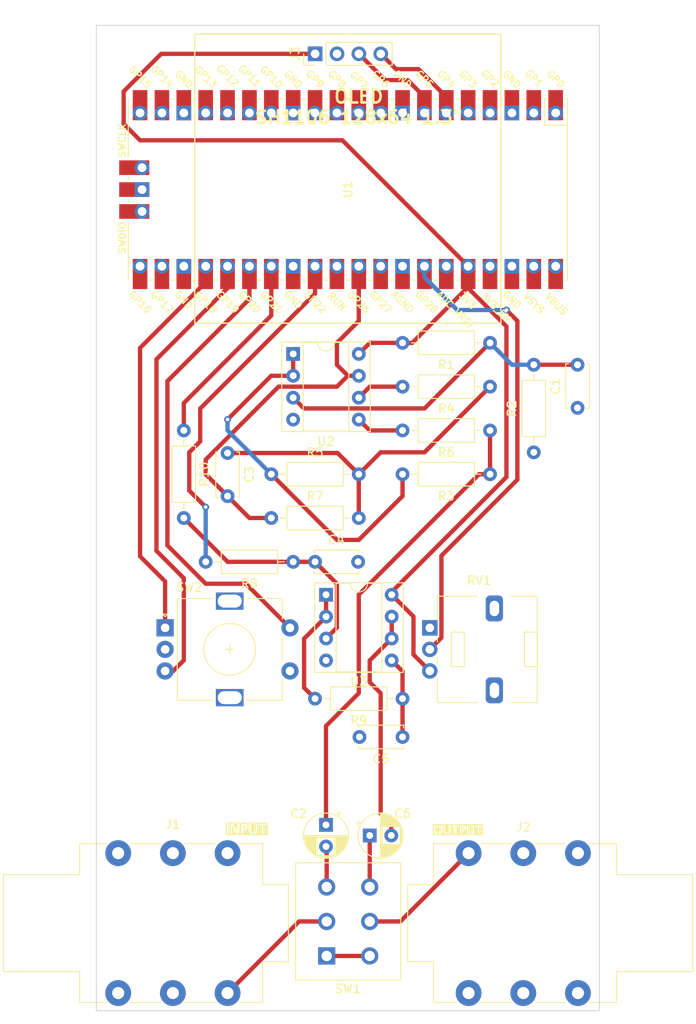
<source format=kicad_pcb>
(kicad_pcb (version 20221018) (generator pcbnew)
  (title_block (title "Pi Pico Pedal"))
  (layers (0 "F.Cu" signal) (31 "B.Cu" power) (34 "B.Paste" user) (35 "F.Paste" user) (36 "B.SilkS" user "B.Silkscreen") (37 "F.SilkS" user "F.Silkscreen") (38 "B.Mask" user) (39 "F.Mask" user) (44 "Edge.Cuts" user))
  (net 0 "")
  (net 1 "GND")
  (net 2 "/Pedal In")
  (net 3 "+3V3")
  (net 9 "Net-(U2A-+)")
  (net 18 "Net-(U3B--)")
  (net 20 "/POT")
  (net 21 "/Encoder_A")
  (net 22 "/Encoder_B")
  (net 23 "/Pico Out B")
  (net 35 "Net-(C3-Pad1)")
  (net 36 "Net-(U3A-+)")
  (net 37 "Net-(U3B-+)")
  (net 38 "/Jack In")
  (net 39 "Net-(U2A--)")
  (net 40 "Net-(U2B--)")
  (net 41 "Net-(U2B-+)")
  (net 42 "Net-(U3A--)")
  (net 43 "/Jack Out")
  (net 44 "/Bypass")
  (net 45 "/Pedal Out")
  (net 46 "/Pico Out")
  (net 47 "/SCL")
  (net 48 "/SDA")
  (net 49 "/Pico In")
  (net 52 "Net-(C2-Pad1)")
  (net 53 "/Encoder_SW")
  (footprint "Resistor_THT:R_Axial_DIN0207_L6.3mm_D2.5mm_P10.16mm_Horizontal" (layer "F.Cu") (at 149.86 93.98 180)
    (fp_text reference "R7" (at 5.08 2.54) (layer "F.SilkS"))
    (fp_text value "22k")
    (pad "1" thru_hole circle (at 0 0 180) (size 1.6 1.6) (drill 0.8) (layers "*.Cu" "*.Mask") (net 35 "Net-(C3-Pad1)"))
    (pad "2" thru_hole oval (at 10.16 0 180) (size 1.6 1.6) (drill 0.8) (layers "*.Cu" "*.Mask") (net 49 "/Pico In"))
  )
  (footprint "Package_DIP:DIP-8_W7.62mm_Socket" (layer "F.Cu") (at 146.06 102.88)
    (fp_text reference "U3" (at 3.8 10.05) (layer "F.SilkS"))
    (fp_text value "MCP6002-xMC")
    (pad "1" thru_hole rect (at 0 0) (size 1.6 1.6) (drill 0.8) (layers "*.Cu" "*.Mask") (net 42 "Net-(U3A--)"))
    (pad "2" thru_hole oval (at 0 2.54) (size 1.6 1.6) (drill 0.8) (layers "*.Cu" "*.Mask") (net 42 "Net-(U3A--)"))
    (pad "3" thru_hole oval (at 0 5.08) (size 1.6 1.6) (drill 0.8) (layers "*.Cu" "*.Mask") (net 36 "Net-(U3A-+)"))
    (pad "4" thru_hole oval (at 0 7.62) (size 1.6 1.6) (drill 0.8) (layers "*.Cu" "*.Mask") (net 1 "GND"))
    (pad "5" thru_hole oval (at 7.62 7.62) (size 1.6 1.6) (drill 0.8) (layers "*.Cu" "*.Mask") (net 37 "Net-(U3B-+)"))
    (pad "6" thru_hole oval (at 7.62 5.08) (size 1.6 1.6) (drill 0.8) (layers "*.Cu" "*.Mask") (net 18 "Net-(U3B--)"))
    (pad "7" thru_hole oval (at 7.62 2.54) (size 1.6 1.6) (drill 0.8) (layers "*.Cu" "*.Mask") (net 18 "Net-(U3B--)"))
    (pad "8" thru_hole oval (at 7.62 0) (size 1.6 1.6) (drill 0.8) (layers "*.Cu" "*.Mask") (net 3 "+3V3"))
  )
  (footprint "Resistor_THT:R_Axial_DIN0207_L6.3mm_D2.5mm_P10.16mm_Horizontal" (layer "F.Cu") (at 165.1 78.74 180)
    (fp_text reference "R4" (at 5.07 -2.54) (layer "F.SilkS"))
    (fp_text value "10k")
    (pad "1" thru_hole circle (at 0 0 180) (size 1.6 1.6) (drill 0.8) (layers "*.Cu" "*.Mask") (net 35 "Net-(C3-Pad1)"))
    (pad "2" thru_hole oval (at 10.16 0 180) (size 1.6 1.6) (drill 0.8) (layers "*.Cu" "*.Mask") (net 40 "Net-(U2B--)"))
  )
  (footprint "Rotary_Encoder:RotaryEncoder_Alps_EC11E-Switch_Vertical_H20mm" (layer "F.Cu") (at 127.37 106.72)
    (fp_text reference "SW2" (at 2.8 -4.7) (layer "F.SilkS"))
    (fp_text value "RotaryEncoder_Switch")
    (pad "A" thru_hole rect (at 0 0) (size 2 2) (drill 1) (layers "*.Cu" "*.Mask") (net 21 "/Encoder_A"))
    (pad "B" thru_hole circle (at 0 5) (size 2 2) (drill 1) (layers "*.Cu" "*.Mask") (net 22 "/Encoder_B"))
    (pad "C" thru_hole circle (at 0 2.5) (size 2 2) (drill 1) (layers "*.Cu" "*.Mask") (net 1 "GND"))
    (pad "MP" thru_hole rect (at 7.5 -3.1) (size 3.2 2) (drill oval 2.8 1.5) (layers "*.Cu" "*.Mask"))
    (pad "MP" thru_hole rect (at 7.5 8.1) (size 3.2 2) (drill oval 2.8 1.5) (layers "*.Cu" "*.Mask"))
    (pad "S1" thru_hole circle (at 14.5 5) (size 2 2) (drill 1) (layers "*.Cu" "*.Mask") (net 1 "GND"))
    (pad "S2" thru_hole circle (at 14.5 0) (size 2 2) (drill 1) (layers "*.Cu" "*.Mask") (net 53 "/Encoder_SW"))
  )
  (footprint "Capacitor_THT:C_Disc_D5.0mm_W2.5mm_P5.00mm" (layer "F.Cu") (at 149.94 119.38)
    (fp_text reference "C5" (at 2.5 2.54) (layer "F.SilkS"))
    (fp_text value "1nF")
    (pad "1" thru_hole circle (at 0 0) (size 1.6 1.6) (drill 0.8) (layers "*.Cu" "*.Mask") (net 1 "GND"))
    (pad "2" thru_hole circle (at 5 0) (size 1.6 1.6) (drill 0.8) (layers "*.Cu" "*.Mask") (net 37 "Net-(U3B-+)"))
  )
  (footprint "Capacitor_THT:C_Disc_D5.0mm_W2.5mm_P5.00mm" (layer "F.Cu") (at 134.62 86.44 -90)
    (fp_text reference "C3" (at 2.5 -2.54 90) (layer "F.SilkS"))
    (fp_text value "1nF")
    (pad "1" thru_hole circle (at 0 0 270) (size 1.6 1.6) (drill 0.8) (layers "*.Cu" "*.Mask") (net 35 "Net-(C3-Pad1)"))
    (pad "2" thru_hole circle (at 5 0 270) (size 1.6 1.6) (drill 0.8) (layers "*.Cu" "*.Mask") (net 49 "/Pico In"))
  )
  (footprint "Resistor_THT:R_Axial_DIN0207_L6.3mm_D2.5mm_P10.16mm_Horizontal" (layer "F.Cu") (at 170.18 76.2 -90)
    (fp_text reference "R2" (at 5.08 2.54 90) (layer "F.SilkS"))
    (fp_text value "10k")
    (pad "1" thru_hole circle (at 0 0 270) (size 1.6 1.6) (drill 0.8) (layers "*.Cu" "*.Mask") (net 9 "Net-(U2A-+)"))
    (pad "2" thru_hole oval (at 10.16 0 270) (size 1.6 1.6) (drill 0.8) (layers "*.Cu" "*.Mask") (net 1 "GND"))
  )
  (footprint "Capacitor_THT:CP_Radial_D5.0mm_P2.50mm" (layer "F.Cu") (at 146.05 129.58 -90)
    (fp_text reference "C2" (at -1.31 3.175) (layer "F.SilkS"))
    (fp_text value "10uF")
    (pad "1" thru_hole rect (at 0 0 270) (size 1.6 1.6) (drill 0.8) (layers "*.Cu" "*.Mask") (net 52 "Net-(C2-Pad1)"))
    (pad "2" thru_hole circle (at 2.5 0 270) (size 1.6 1.6) (drill 0.8) (layers "*.Cu" "*.Mask") (net 2 "/Pedal In"))
  )
  (footprint "Connector_Audio:Jack_6.35mm_Neutrik_NMJ6HFD2_Horizontal" (layer "F.Cu") (at 134.62 149.085 180)
    (fp_text reference "J1" (at 6.35 19.545) (layer "F.SilkS"))
    (fp_text value "AudioPlug2")
    (pad "R" thru_hole circle (at 6.35 0 180) (size 3 3) (drill 1.4) (layers "*.Cu" "*.Mask"))
    (pad "RN" thru_hole circle (at 6.35 16.23 180) (size 3 3) (drill 1.4) (layers "*.Cu" "*.Mask"))
    (pad "S" thru_hole circle (at 12.7 0 180) (size 3 3) (drill 1.4) (layers "*.Cu" "*.Mask") (net 1 "GND"))
    (pad "SN" thru_hole circle (at 12.7 16.23 180) (size 3 3) (drill 1.4) (layers "*.Cu" "*.Mask"))
    (pad "T" thru_hole circle (at 0 0 180) (size 3 3) (drill 1.4) (layers "*.Cu" "*.Mask") (net 38 "/Jack In"))
    (pad "TN" thru_hole circle (at 0 16.23 180) (size 3 3) (drill 1.4) (layers "*.Cu" "*.Mask"))
  )
  (footprint "Button_Switch_THT:SW_PUSH_E-Switch_FS5700DP_DPDT" (layer "F.Cu") (at 146.13 144.78 90)
    (fp_text reference "SW1" (at -3.81 2.46) (layer "F.SilkS"))
    (fp_text value "SW_DPDT_x2")
    (pad "1" thru_hole rect (at 0 0 90) (size 2 2) (drill 1.2) (layers "*.Cu" "*.Mask") (net 44 "/Bypass"))
    (pad "2" thru_hole circle (at 4 0 90) (size 2 2) (drill 1.2) (layers "*.Cu" "*.Mask") (net 38 "/Jack In"))
    (pad "3" thru_hole circle (at 8 0 90) (size 2 2) (drill 1.2) (layers "*.Cu" "*.Mask") (net 2 "/Pedal In"))
    (pad "4" thru_hole circle (at 0 5 90) (size 2 2) (drill 1.2) (layers "*.Cu" "*.Mask") (net 44 "/Bypass"))
    (pad "5" thru_hole circle (at 4 5 90) (size 2 2) (drill 1.2) (layers "*.Cu" "*.Mask") (net 43 "/Jack Out"))
    (pad "6" thru_hole circle (at 8 5 90) (size 2 2) (drill 1.2) (layers "*.Cu" "*.Mask") (net 45 "/Pedal Out"))
  )
  (footprint "Capacitor_THT:C_Disc_D5.0mm_W2.5mm_P5.00mm" (layer "F.Cu") (at 175.26 76.2 -90)
    (fp_text reference "C1" (at 2.5 2.54 90) (layer "F.SilkS"))
    (fp_text value "10nF")
    (pad "1" thru_hole circle (at 0 0 270) (size 1.6 1.6) (drill 0.8) (layers "*.Cu" "*.Mask") (net 9 "Net-(U2A-+)"))
    (pad "2" thru_hole circle (at 5 0 270) (size 1.6 1.6) (drill 0.8) (layers "*.Cu" "*.Mask") (net 1 "GND"))
  )
  (footprint "Resistor_THT:R_Axial_DIN0207_L6.3mm_D2.5mm_P10.16mm_Horizontal" (layer "F.Cu") (at 165.1 88.9 180)
    (fp_text reference "R3" (at 5.08 -2.54) (layer "F.SilkS"))
    (fp_text value "1k")
    (pad "1" thru_hole circle (at 0 0 180) (size 1.6 1.6) (drill 0.8) (layers "*.Cu" "*.Mask") (net 52 "Net-(C2-Pad1)"))
    (pad "2" thru_hole oval (at 10.16 0 180) (size 1.6 1.6) (drill 0.8) (layers "*.Cu" "*.Mask") (net 39 "Net-(U2A--)"))
  )
  (footprint "Resistor_THT:R_Axial_DIN0207_L6.3mm_D2.5mm_P10.16mm_Horizontal" (layer "F.Cu") (at 132.08 99.06)
    (fp_text reference "R8" (at 5.08 2.54) (layer "F.SilkS"))
    (fp_text value "400")
    (pad "1" thru_hole circle (at 0 0) (size 1.6 1.6) (drill 0.8) (layers "*.Cu" "*.Mask") (net 46 "/Pico Out"))
    (pad "2" thru_hole oval (at 10.16 0) (size 1.6 1.6) (drill 0.8) (layers "*.Cu" "*.Mask") (net 36 "Net-(U3A-+)"))
  )
  (footprint "Resistor_THT:R_Axial_DIN0207_L6.3mm_D2.5mm_P10.16mm_Horizontal" (layer "F.Cu") (at 154.94 73.66)
    (fp_text reference "R1" (at 5.08 2.54) (layer "F.SilkS"))
    (fp_text value "10k")
    (pad "1" thru_hole circle (at 0 0) (size 1.6 1.6) (drill 0.8) (layers "*.Cu" "*.Mask") (net 3 "+3V3"))
    (pad "2" thru_hole oval (at 10.16 0) (size 1.6 1.6) (drill 0.8) (layers "*.Cu" "*.Mask") (net 9 "Net-(U2A-+)"))
  )
  (footprint "Potentiometer_THT:Potentiometer_Alps_RK09L_Single_Vertical" (layer "F.Cu") (at 158.105 106.72)
    (fp_text reference "RV1" (at 5.725 -5.5) (layer "F.SilkS"))
    (fp_text value "R_Potentiometer")
    (pad "1" thru_hole rect (at 0 0) (size 1.8 1.8) (drill 1) (layers "*.Cu" "*.Mask") (net 1 "GND"))
    (pad "2" thru_hole circle (at 0 2.5) (size 1.8 1.8) (drill 1) (layers "*.Cu" "*.Mask") (net 20 "/POT"))
    (pad "3" thru_hole circle (at 0 5) (size 1.8 1.8) (drill 1) (layers "*.Cu" "*.Mask") (net 3 "+3V3"))
    (pad "MP" thru_hole roundrect (at 7.5 -2.25) (size 2 3) (drill oval 1.1 1.8) (layers "*.Cu" "*.Mask"))
    (pad "MP" thru_hole roundrect (at 7.5 7.25) (size 2 3) (drill oval 1.1 1.8) (layers "*.Cu" "*.Mask"))
  )
  (footprint "Connector_Audio:Jack_6.35mm_Neutrik_NMJ6HFD2_Horizontal" (layer "F.Cu") (at 162.61 132.855)
    (fp_text reference "J2" (at 6.35 -3) (layer "F.SilkS"))
    (fp_text value "AudioPlug2")
    (pad "R" thru_hole circle (at 6.35 0) (size 3 3) (drill 1.4) (layers "*.Cu" "*.Mask"))
    (pad "RN" thru_hole circle (at 6.35 16.23) (size 3 3) (drill 1.4) (layers "*.Cu" "*.Mask"))
    (pad "S" thru_hole circle (at 12.7 0) (size 3 3) (drill 1.4) (layers "*.Cu" "*.Mask") (net 1 "GND"))
    (pad "SN" thru_hole circle (at 12.7 16.23) (size 3 3) (drill 1.4) (layers "*.Cu" "*.Mask"))
    (pad "T" thru_hole circle (at 0 0) (size 3 3) (drill 1.4) (layers "*.Cu" "*.Mask") (net 43 "/Jack Out"))
    (pad "TN" thru_hole circle (at 0 16.23) (size 3 3) (drill 1.4) (layers "*.Cu" "*.Mask"))
  )
  (footprint "Capacitor_THT:CP_Radial_D5.0mm_P2.50mm" (layer "F.Cu") (at 151.13 130.81)
    (fp_text reference "C6" (at 3.81 -2.54) (layer "F.SilkS"))
    (fp_text value "10uF")
    (pad "1" thru_hole rect (at 0 0) (size 1.6 1.6) (drill 0.8) (layers "*.Cu" "*.Mask") (net 45 "/Pedal Out"))
    (pad "2" thru_hole circle (at 2.5 0) (size 1.6 1.6) (drill 0.8) (layers "*.Cu" "*.Mask") (net 18 "Net-(U3B--)"))
  )
  (footprint "Capacitor_THT:C_Disc_D5.0mm_W2.5mm_P5.00mm" (layer "F.Cu") (at 149.78 99.06 180)
    (fp_text reference "C4" (at 2.54 2.54) (layer "F.SilkS"))
    (fp_text value "10nF")
    (pad "1" thru_hole circle (at 0 0 180) (size 1.6 1.6) (drill 0.8) (layers "*.Cu" "*.Mask") (net 1 "GND"))
    (pad "2" thru_hole circle (at 5 0 180) (size 1.6 1.6) (drill 0.8) (layers "*.Cu" "*.Mask") (net 36 "Net-(U3A-+)"))
  )
  (footprint "Resistor_THT:R_Axial_DIN0207_L6.3mm_D2.5mm_P10.16mm_Horizontal" (layer "F.Cu") (at 129.54 83.82 -90)
    (fp_text reference "R10" (at 5.08 -2.37 90) (layer "F.SilkS"))
    (fp_text value "100k")
    (pad "1" thru_hole circle (at 0 0 270) (size 1.6 1.6) (drill 0.8) (layers "*.Cu" "*.Mask") (net 23 "/Pico Out B"))
    (pad "2" thru_hole oval (at 10.16 0 270) (size 1.6 1.6) (drill 0.8) (layers "*.Cu" "*.Mask") (net 36 "Net-(U3A-+)"))
  )
  (footprint "Resistor_THT:R_Axial_DIN0207_L6.3mm_D2.5mm_P10.16mm_Horizontal" (layer "F.Cu") (at 165.1 83.82 180)
    (fp_text reference "R6" (at 5.08 -2.54) (layer "F.SilkS"))
    (fp_text value "10k")
    (pad "1" thru_hole circle (at 0 0 180) (size 1.6 1.6) (drill 0.8) (layers "*.Cu" "*.Mask") (net 52 "Net-(C2-Pad1)"))
    (pad "2" thru_hole oval (at 10.16 0 180) (size 1.6 1.6) (drill 0.8) (layers "*.Cu" "*.Mask") (net 41 "Net-(U2B-+)"))
  )
  (footprint "Connector_PinHeader_2.54mm:PinHeader_1x04_P2.54mm_Vertical" (layer "F.Cu") (at 144.79 40.132 90)
    (fp_text reference "J3" (at 0 -2.33 90) (layer "F.SilkS"))
    (fp_text value "Conn_01x04_Pin")
    (pad "1" thru_hole rect (at 0 0 90) (size 1.7 1.7) (drill 1) (layers "*.Cu" "*.Mask") (net 3 "+3V3"))
    (pad "2" thru_hole oval (at 0 2.54 90) (size 1.7 1.7) (drill 1) (layers "*.Cu" "*.Mask") (net 1 "GND"))
    (pad "3" thru_hole oval (at 0 5.08 90) (size 1.7 1.7) (drill 1) (layers "*.Cu" "*.Mask") (net 47 "/SCL"))
    (pad "4" thru_hole oval (at 0 7.62 90) (size 1.7 1.7) (drill 1) (layers "*.Cu" "*.Mask") (net 48 "/SDA"))
  )
  (footprint "Resistor_THT:R_Axial_DIN0207_L6.3mm_D2.5mm_P10.16mm_Horizontal" (layer "F.Cu") (at 149.86 88.9 180)
    (fp_text reference "R5" (at 5.08 2.54) (layer "F.SilkS"))
    (fp_text value "10k")
    (pad "1" thru_hole circle (at 0 0 180) (size 1.6 1.6) (drill 0.8) (layers "*.Cu" "*.Mask") (net 35 "Net-(C3-Pad1)"))
    (pad "2" thru_hole oval (at 10.16 0 180) (size 1.6 1.6) (drill 0.8) (layers "*.Cu" "*.Mask") (net 39 "Net-(U2A--)"))
  )
  (footprint "MCU_RaspberryPi_and_Boards:RPi_Pico_SMD_TH" (layer "F.Cu") (at 148.59 55.88 -90)
    (fp_text reference "U1" (at 0 0 90) (layer "F.SilkS"))
    (fp_text value "Pico")
    (fp_text user "GP19" (at 13.054 13.97 135) (layer "F.SilkS") (effects (font (size 0.8 0.8))))
    (fp_text user "GP13" (at -13.054 16.51 135) (layer "F.SilkS") (effects (font (size 0.8 0.8))))
    (fp_text user "GP18" (at 13.054 16.51 135) (layer "F.SilkS") (effects (font (size 0.8 0.8))))
    (fp_text user "GP0" (at -12.8 -24.13 135) (layer "F.SilkS") (effects (font (size 0.8 0.8))))
    (fp_text user "GP12" (at -13.2 13.97 135) (layer "F.SilkS") (effects (font (size 0.8 0.8))))
    (fp_text user "GP7" (at -12.7 -1.3 135) (layer "F.SilkS") (effects (font (size 0.8 0.8))))
    (fp_text user "GND" (at -12.8 19.05 135) (layer "F.SilkS") (effects (font (size 0.8 0.8))))
    (fp_text user "GP20" (at 13.054 11.43 135) (layer "F.SilkS") (effects (font (size 0.8 0.8))))
    (fp_text user "GND" (at -12.8 -19.05 135) (layer "F.SilkS") (effects (font (size 0.8 0.8))))
    (fp_text user "RUN" (at 13 1.27 135) (layer "F.SilkS") (effects (font (size 0.8 0.8))))
    (fp_text user "GND" (at 12.8 19.05 135) (layer "F.SilkS") (effects (font (size 0.8 0.8))))
    (fp_text user "GP5" (at -12.8 -8.89 135) (layer "F.SilkS") (effects (font (size 0.8 0.8))))
    (fp_text user "VBUS" (at 13.3 -24.2 135) (layer "F.SilkS") (effects (font (size 0.8 0.8))))
    (fp_text user "3V3_EN" (at 13.7 -17.2 135) (layer "F.SilkS") (effects (font (size 0.8 0.8))))
    (fp_text user "GND" (at 12.8 6.35 135) (layer "F.SilkS") (effects (font (size 0.8 0.8))))
    (fp_text user "AGND" (at 13.054 -6.35 135) (layer "F.SilkS") (effects (font (size 0.8 0.8))))
    (fp_text user "GP22" (at 13.054 3.81 135) (layer "F.SilkS") (effects (font (size 0.8 0.8))))
    (fp_text user "GP17" (at 13.054 21.59 135) (layer "F.SilkS") (effects (font (size 0.8 0.8))))
    (fp_text user "GND" (at -12.8 -6.35 135) (layer "F.SilkS") (effects (font (size 0.8 0.8))))
    (fp_text user "GP21" (at 13.054 8.9 135) (layer "F.SilkS") (effects (font (size 0.8 0.8))))
    (fp_text user "GP15" (at -13.054 24.13 135) (layer "F.SilkS") (effects (font (size 0.8 0.8))))
    (fp_text user "GP6" (at -12.8 -3.81 135) (layer "F.SilkS") (effects (font (size 0.8 0.8))))
    (fp_text user "GP16" (at 13.054 24.13 135) (layer "F.SilkS") (effects (font (size 0.8 0.8))))
    (fp_text user "GP3" (at -12.8 -13.97 135) (layer "F.SilkS") (effects (font (size 0.8 0.8))))
    (fp_text user "GP14" (at -13.1 21.59 135) (layer "F.SilkS") (effects (font (size 0.8 0.8))))
    (fp_text user "SWCLK" (at -5.7 26.2 90) (layer "F.SilkS") (effects (font (size 0.8 0.8))))
    (fp_text user "GP4" (at -12.8 -11.43 135) (layer "F.SilkS") (effects (font (size 0.8 0.8))))
    (fp_text user "GP8" (at -12.8 1.27 135) (layer "F.SilkS") (effects (font (size 0.8 0.8))))
    (fp_text user "GP28" (at 13.054 -9.144 135) (layer "F.SilkS") (effects (font (size 0.8 0.8))))
    (fp_text user "GND" (at -12.8 6.35 135) (layer "F.SilkS") (effects (font (size 0.8 0.8))))
    (fp_text user "SWDIO" (at 5.6 26.2 90) (layer "F.SilkS") (effects (font (size 0.8 0.8))))
    (fp_text user "3V3" (at 12.9 -13.9 135) (layer "F.SilkS") (effects (font (size 0.8 0.8))))
    (fp_text user "GP27" (at 13.054 -3.8 135) (layer "F.SilkS") (effects (font (size 0.8 0.8))))
    (fp_text user "ADC_VREF" (at 14 -12.5 135) (layer "F.SilkS") (effects (font (size 0.8 0.8))))
    (fp_text user "GP9" (at -12.8 3.81 135) (layer "F.SilkS") (effects (font (size 0.8 0.8))))
    (fp_text user "GP11" (at -13.2 11.43 135) (layer "F.SilkS") (effects (font (size 0.8 0.8))))
    (fp_text user "GP1" (at -12.9 -21.6 135) (layer "F.SilkS") (effects (font (size 0.8 0.8))))
    (fp_text user "GP10" (at -13.054 8.89 135) (layer "F.SilkS") (effects (font (size 0.8 0.8))))
    (fp_text user "GP26" (at 13.054 -1.27 135) (layer "F.SilkS") (effects (font (size 0.8 0.8))))
    (fp_text user "GND" (at 12.8 -19.05 135) (layer "F.SilkS") (effects (font (size 0.8 0.8))))
    (fp_text user "VSYS" (at 13.2 -21.59 135) (layer "F.SilkS") (effects (font (size 0.8 0.8))))
    (fp_text user "GP2" (at -12.9 -16.51 135) (layer "F.SilkS") (effects (font (size 0.8 0.8))))
    (pad "" np_thru_hole oval (at -2.725 -24 270) (size 1.8 1.8) (drill 1.8) (layers "*.Cu" "*.Mask"))
    (pad "" np_thru_hole oval (at -2.425 -20.97 270) (size 1.5 1.5) (drill 1.5) (layers "*.Cu" "*.Mask"))
    (pad "" np_thru_hole oval (at 2.425 -20.97 270) (size 1.5 1.5) (drill 1.5) (layers "*.Cu" "*.Mask"))
    (pad "" np_thru_hole oval (at 2.725 -24 270) (size 1.8 1.8) (drill 1.8) (layers "*.Cu" "*.Mask"))
    (pad "1" thru_hole oval (at -8.89 -24.13 270) (size 1.7 1.7) (drill 1.02) (layers "*.Cu" "*.Mask"))
    (pad "1" smd rect (at -8.89 -24.13 270) (size 3.5 1.7) (drill (offset -0.9 0)) (layers "F.Cu" "F.Mask"))
    (pad "2" thru_hole oval (at -8.89 -21.59 270) (size 1.7 1.7) (drill 1.02) (layers "*.Cu" "*.Mask"))
    (pad "2" smd rect (at -8.89 -21.59 270) (size 3.5 1.7) (drill (offset -0.9 0)) (layers "F.Cu" "F.Mask"))
    (pad "3" thru_hole rect (at -8.89 -19.05 270) (size 1.7 1.7) (drill 1.02) (layers "*.Cu" "*.Mask") (net 1 "GND"))
    (pad "3" smd rect (at -8.89 -19.05 270) (size 3.5 1.7) (drill (offset -0.9 0)) (layers "F.Cu" "F.Mask") (net 1 "GND"))
    (pad "4" thru_hole oval (at -8.89 -16.51 270) (size 1.7 1.7) (drill 1.02) (layers "*.Cu" "*.Mask"))
    (pad "4" smd rect (at -8.89 -16.51 270) (size 3.5 1.7) (drill (offset -0.9 0)) (layers "F.Cu" "F.Mask"))
    (pad "5" thru_hole oval (at -8.89 -13.97 270) (size 1.7 1.7) (drill 1.02) (layers "*.Cu" "*.Mask"))
    (pad "5" smd rect (at -8.89 -13.97 270) (size 3.5 1.7) (drill (offset -0.9 0)) (layers "F.Cu" "F.Mask"))
    (pad "6" thru_hole oval (at -8.89 -11.43 270) (size 1.7 1.7) (drill 1.02) (layers "*.Cu" "*.Mask") (net 48 "/SDA"))
    (pad "6" smd rect (at -8.89 -11.43 270) (size 3.5 1.7) (drill (offset -0.9 0)) (layers "F.Cu" "F.Mask") (net 48 "/SDA"))
    (pad "7" thru_hole oval (at -8.89 -8.89 270) (size 1.7 1.7) (drill 1.02) (layers "*.Cu" "*.Mask") (net 47 "/SCL"))
    (pad "7" smd rect (at -8.89 -8.89 270) (size 3.5 1.7) (drill (offset -0.9 0)) (layers "F.Cu" "F.Mask") (net 47 "/SCL"))
    (pad "8" thru_hole rect (at -8.89 -6.35 270) (size 1.7 1.7) (drill 1.02) (layers "*.Cu" "*.Mask"))
    (pad "8" smd rect (at -8.89 -6.35 270) (size 3.5 1.7) (drill (offset -0.9 0)) (layers "F.Cu" "F.Mask"))
    (pad "9" thru_hole oval (at -8.89 -3.81 270) (size 1.7 1.7) (drill 1.02) (layers "*.Cu" "*.Mask"))
    (pad "9" smd rect (at -8.89 -3.81 270) (size 3.5 1.7) (drill (offset -0.9 0)) (layers "F.Cu" "F.Mask"))
    (pad "10" thru_hole oval (at -8.89 -1.27 270) (size 1.7 1.7) (drill 1.02) (layers "*.Cu" "*.Mask"))
    (pad "10" smd rect (at -8.89 -1.27 270) (size 3.5 1.7) (drill (offset -0.9 0)) (layers "F.Cu" "F.Mask"))
    (pad "11" thru_hole oval (at -8.89 1.27 270) (size 1.7 1.7) (drill 1.02) (layers "*.Cu" "*.Mask"))
    (pad "11" smd rect (at -8.89 1.27 270) (size 3.5 1.7) (drill (offset -0.9 0)) (layers "F.Cu" "F.Mask"))
    (pad "12" thru_hole oval (at -8.89 3.81 270) (size 1.7 1.7) (drill 1.02) (layers "*.Cu" "*.Mask"))
    (pad "12" smd rect (at -8.89 3.81 270) (size 3.5 1.7) (drill (offset -0.9 0)) (layers "F.Cu" "F.Mask"))
    (pad "13" thru_hole rect (at -8.89 6.35 270) (size 1.7 1.7) (drill 1.02) (layers "*.Cu" "*.Mask") (net 1 "GND"))
    (pad "13" smd rect (at -8.89 6.35 270) (size 3.5 1.7) (drill (offset -0.9 0)) (layers "F.Cu" "F.Mask") (net 1 "GND"))
    (pad "14" thru_hole oval (at -8.89 8.89 270) (size 1.7 1.7) (drill 1.02) (layers "*.Cu" "*.Mask"))
    (pad "14" smd rect (at -8.89 8.89 270) (size 3.5 1.7) (drill (offset -0.9 0)) (layers "F.Cu" "F.Mask"))
    (pad "15" thru_hole oval (at -8.89 11.43 270) (size 1.7 1.7) (drill 1.02) (layers "*.Cu" "*.Mask"))
    (pad "15" smd rect (at -8.89 11.43 270) (size 3.5 1.7) (drill (offset -0.9 0)) (layers "F.Cu" "F.Mask"))
    (pad "16" thru_hole oval (at -8.89 13.97 270) (size 1.7 1.7) (drill 1.02) (layers "*.Cu" "*.Mask"))
    (pad "16" smd rect (at -8.89 13.97 270) (size 3.5 1.7) (drill (offset -0.9 0)) (layers "F.Cu" "F.Mask"))
    (pad "17" thru_hole oval (at -8.89 16.51 270) (size 1.7 1.7) (drill 1.02) (layers "*.Cu" "*.Mask"))
    (pad "17" smd rect (at -8.89 16.51 270) (size 3.5 1.7) (drill (offset -0.9 0)) (layers "F.Cu" "F.Mask"))
    (pad "18" thru_hole rect (at -8.89 19.05 270) (size 1.7 1.7) (drill 1.02) (layers "*.Cu" "*.Mask") (net 1 "GND"))
    (pad "18" smd rect (at -8.89 19.05 270) (size 3.5 1.7) (drill (offset -0.9 0)) (layers "F.Cu" "F.Mask") (net 1 "GND"))
    (pad "19" thru_hole oval (at -8.89 21.59 270) (size 1.7 1.7) (drill 1.02) (layers "*.Cu" "*.Mask"))
    (pad "19" smd rect (at -8.89 21.59 270) (size 3.5 1.7) (drill (offset -0.9 0)) (layers "F.Cu" "F.Mask"))
    (pad "20" thru_hole oval (at -8.89 24.13 270) (size 1.7 1.7) (drill 1.02) (layers "*.Cu" "*.Mask"))
    (pad "20" smd rect (at -8.89 24.13 270) (size 3.5 1.7) (drill (offset -0.9 0)) (layers "F.Cu" "F.Mask"))
    (pad "21" thru_hole oval (at 8.89 24.13 270) (size 1.7 1.7) (drill 1.02) (layers "*.Cu" "*.Mask"))
    (pad "21" smd rect (at 8.89 24.13 270) (size 3.5 1.7) (drill (offset 0.9 0)) (layers "F.Cu" "F.Mask"))
    (pad "22" thru_hole oval (at 8.89 21.59 270) (size 1.7 1.7) (drill 1.02) (layers "*.Cu" "*.Mask"))
    (pad "22" smd rect (at 8.89 21.59 270) (size 3.5 1.7) (drill (offset 0.9 0)) (layers "F.Cu" "F.Mask"))
    (pad "23" thru_hole rect (at 8.89 19.05 270) (size 1.7 1.7) (drill 1.02) (layers "*.Cu" "*.Mask") (net 1 "GND"))
    (pad "23" smd rect (at 8.89 19.05 270) (size 3.5 1.7) (drill (offset 0.9 0)) (layers "F.Cu" "F.Mask") (net 1 "GND"))
    (pad "24" thru_hole oval (at 8.89 16.51 270) (size 1.7 1.7) (drill 1.02) (layers "*.Cu" "*.Mask") (net 21 "/Encoder_A"))
    (pad "24" smd rect (at 8.89 16.51 270) (size 3.5 1.7) (drill (offset 0.9 0)) (layers "F.Cu" "F.Mask") (net 21 "/Encoder_A"))
    (pad "25" thru_hole oval (at 8.89 13.97 270) (size 1.7 1.7) (drill 1.02) (layers "*.Cu" "*.Mask") (net 22 "/Encoder_B"))
    (pad "25" smd rect (at 8.89 13.97 270) (size 3.5 1.7) (drill (offset 0.9 0)) (layers "F.Cu" "F.Mask") (net 22 "/Encoder_B"))
    (pad "26" thru_hole oval (at 8.89 11.43 270) (size 1.7 1.7) (drill 1.02) (layers "*.Cu" "*.Mask") (net 53 "/Encoder_SW"))
    (pad "26" smd rect (at 8.89 11.43 270) (size 3.5 1.7) (drill (offset 0.9 0)) (layers "F.Cu" "F.Mask") (net 53 "/Encoder_SW"))
    (pad "27" thru_hole oval (at 8.89 8.89 270) (size 1.7 1.7) (drill 1.02) (layers "*.Cu" "*.Mask") (net 23 "/Pico Out B"))
    (pad "27" smd rect (at 8.89 8.89 270) (size 3.5 1.7) (drill (offset 0.9 0)) (layers "F.Cu" "F.Mask") (net 23 "/Pico Out B"))
    (pad "28" thru_hole rect (at 8.89 6.35 270) (size 1.7 1.7) (drill 1.02) (layers "*.Cu" "*.Mask") (net 1 "GND"))
    (pad "28" smd rect (at 8.89 6.35 270) (size 3.5 1.7) (drill (offset 0.9 0)) (layers "F.Cu" "F.Mask") (net 1 "GND"))
    (pad "29" thru_hole oval (at 8.89 3.81 270) (size 1.7 1.7) (drill 1.02) (layers "*.Cu" "*.Mask") (net 46 "/Pico Out"))
    (pad "29" smd rect (at 8.89 3.81 270) (size 3.5 1.7) (drill (offset 0.9 0)) (layers "F.Cu" "F.Mask") (net 46 "/Pico Out"))
    (pad "30" thru_hole oval (at 8.89 1.27 270) (size 1.7 1.7) (drill 1.02) (layers "*.Cu" "*.Mask"))
    (pad "30" smd rect (at 8.89 1.27 270) (size 3.5 1.7) (drill (offset 0.9 0)) (layers "F.Cu" "F.Mask"))
    (pad "31" thru_hole oval (at 8.89 -1.27 270) (size 1.7 1.7) (drill 1.02) (layers "*.Cu" "*.Mask") (net 49 "/Pico In"))
    (pad "31" smd rect (at 8.89 -1.27 270) (size 3.5 1.7) (drill (offset 0.9 0)) (layers "F.Cu" "F.Mask") (net 49 "/Pico In"))
    (pad "32" thru_hole oval (at 8.89 -3.81 270) (size 1.7 1.7) (drill 1.02) (layers "*.Cu" "*.Mask"))
    (pad "32" smd rect (at 8.89 -3.81 270) (size 3.5 1.7) (drill (offset 0.9 0)) (layers "F.Cu" "F.Mask"))
    (pad "33" thru_hole rect (at 8.89 -6.35 270) (size 1.7 1.7) (drill 1.02) (layers "*.Cu" "*.Mask"))
    (pad "33" smd rect (at 8.89 -6.35 270) (size 3.5 1.7) (drill (offset 0.9 0)) (layers "F.Cu" "F.Mask"))
    (pad "34" thru_hole oval (at 8.89 -8.89 270) (size 1.7 1.7) (drill 1.02) (layers "*.Cu" "*.Mask") (net 20 "/POT"))
    (pad "34" smd rect (at 8.89 -8.89 270) (size 3.5 1.7) (drill (offset 0.9 0)) (layers "F.Cu" "F.Mask") (net 20 "/POT"))
    (pad "35" thru_hole oval (at 8.89 -11.43 270) (size 1.7 1.7) (drill 1.02) (layers "*.Cu" "*.Mask"))
    (pad "35" smd rect (at 8.89 -11.43 270) (size 3.5 1.7) (drill (offset 0.9 0)) (layers "F.Cu" "F.Mask"))
    (pad "36" thru_hole oval (at 8.89 -13.97 270) (size 1.7 1.7) (drill 1.02) (layers "*.Cu" "*.Mask") (net 3 "+3V3"))
    (pad "36" smd rect (at 8.89 -13.97 270) (size 3.5 1.7) (drill (offset 0.9 0)) (layers "F.Cu" "F.Mask") (net 3 "+3V3"))
    (pad "37" thru_hole oval (at 8.89 -16.51 270) (size 1.7 1.7) (drill 1.02) (layers "*.Cu" "*.Mask"))
    (pad "37" smd rect (at 8.89 -16.51 270) (size 3.5 1.7) (drill (offset 0.9 0)) (layers "F.Cu" "F.Mask"))
    (pad "38" thru_hole rect (at 8.89 -19.05 270) (size 1.7 1.7) (drill 1.02) (layers "*.Cu" "*.Mask"))
    (pad "38" smd rect (at 8.89 -19.05 270) (size 3.5 1.7) (drill (offset 0.9 0)) (layers "F.Cu" "F.Mask"))
    (pad "39" thru_hole oval (at 8.89 -21.59 270) (size 1.7 1.7) (drill 1.02) (layers "*.Cu" "*.Mask"))
    (pad "39" smd rect (at 8.89 -21.59 270) (size 3.5 1.7) (drill (offset 0.9 0)) (layers "F.Cu" "F.Mask"))
    (pad "40" thru_hole oval (at 8.89 -24.13 270) (size 1.7 1.7) (drill 1.02) (layers "*.Cu" "*.Mask"))
    (pad "40" smd rect (at 8.89 -24.13 270) (size 3.5 1.7) (drill (offset 0.9 0)) (layers "F.Cu" "F.Mask"))
    (pad "41" thru_hole oval (at -2.54 23.9 270) (size 1.7 1.7) (drill 1.02) (layers "*.Cu" "*.Mask"))
    (pad "41" smd rect (at -2.54 23.9) (size 3.5 1.7) (drill (offset -0.9 0)) (layers "F.Cu" "F.Mask"))
    (pad "42" thru_hole rect (at 0 23.9 270) (size 1.7 1.7) (drill 1.02) (layers "*.Cu" "*.Mask"))
    (pad "42" smd rect (at 0 23.9) (size 3.5 1.7) (drill (offset -0.9 0)) (layers "F.Cu" "F.Mask"))
    (pad "43" thru_hole oval (at 2.54 23.9 270) (size 1.7 1.7) (drill 1.02) (layers "*.Cu" "*.Mask"))
    (pad "43" smd rect (at 2.54 23.9) (size 3.5 1.7) (drill (offset -0.9 0)) (layers "F.Cu" "F.Mask"))
  )
  (footprint "Resistor_THT:R_Axial_DIN0207_L6.3mm_D2.5mm_P10.16mm_Horizontal" (layer "F.Cu") (at 144.78 114.935)
    (fp_text reference "R9" (at 5.08 2.54) (layer "F.SilkS"))
    (fp_text value "4k")
    (pad "1" thru_hole circle (at 0 0) (size 1.6 1.6) (drill 0.8) (layers "*.Cu" "*.Mask") (net 42 "Net-(U3A--)"))
    (pad "2" thru_hole oval (at 10.16 0) (size 1.6 1.6) (drill 0.8) (layers "*.Cu" "*.Mask") (net 37 "Net-(U3B-+)"))
  )
  (footprint "Package_DIP:DIP-8_W7.62mm_Socket" (layer "F.Cu") (at 142.24 74.94)
    (fp_text reference "U2" (at 3.8 10.15) (layer "F.SilkS"))
    (fp_text value "MCP6002-xMC")
    (pad "1" thru_hole rect (at 0 0) (size 1.6 1.6) (drill 0.8) (layers "*.Cu" "*.Mask") (net 39 "Net-(U2A--)"))
    (pad "2" thru_hole oval (at 0 2.54) (size 1.6 1.6) (drill 0.8) (layers "*.Cu" "*.Mask") (net 39 "Net-(U2A--)"))
    (pad "3" thru_hole oval (at 0 5.08) (size 1.6 1.6) (drill 0.8) (layers "*.Cu" "*.Mask") (net 9 "Net-(U2A-+)"))
    (pad "4" thru_hole oval (at 0 7.62) (size 1.6 1.6) (drill 0.8) (layers "*.Cu" "*.Mask") (net 1 "GND"))
    (pad "5" thru_hole oval (at 7.62 7.62) (size 1.6 1.6) (drill 0.8) (layers "*.Cu" "*.Mask") (net 41 "Net-(U2B-+)"))
    (pad "6" thru_hole oval (at 7.62 5.08) (size 1.6 1.6) (drill 0.8) (layers "*.Cu" "*.Mask") (net 40 "Net-(U2B--)"))
    (pad "7" thru_hole oval (at 7.62 2.54) (size 1.6 1.6) (drill 0.8) (layers "*.Cu" "*.Mask") (net 49 "/Pico In"))
    (pad "8" thru_hole oval (at 7.62 0) (size 1.6 1.6) (drill 0.8) (layers "*.Cu" "*.Mask") (net 3 "+3V3"))
  )
  (gr_line (start 166.37 71.374) (end 166.37 37.846) (stroke (width 0.15)) (layer "F.SilkS"))
  (gr_line (start 130.81 71.374) (end 166.37 71.374) (stroke (width 0.15)) (layer "F.SilkS"))
  (gr_line (start 148.59 37.846) (end 166.37 37.846) (stroke (width 0.15)) (layer "F.SilkS"))
  (gr_line (start 148.59 37.846) (end 130.81 37.846) (stroke (width 0.15)) (layer "F.SilkS"))
  (gr_line (start 130.81 37.846) (end 130.81 71.374) (stroke (width 0.15)) (layer "F.SilkS"))
  (gr_rect (start 119.38 36.83) (end 177.8 151.13) (stroke (width 0.1)) (fill none) (layer "Edge.Cuts"))
  (gr_text "OLED\nSH1106 128x64 1.3{dblquote}\n\n" (at 149.86 50.8) (layer "F.SilkS") (effects (font (size 1.5 1.5) (thickness 0.3) bold) (justify bottom)))
  (gr_text "OUTPUT\n" (at 158.496 130.81) (layer "F.SilkS" knockout) (effects (font (size 1 1)) (justify left bottom)))
  (gr_text "INPUT" (at 134.366 130.81) (layer "F.SilkS" knockout) (effects (font (size 1.15 1.15)) (justify left bottom)))
  (segment (start 146.13 136.78) (end 146.13 132.16) (width 0.5) (layer "F.Cu") (net 2))
  (segment (start 146.13 132.16) (end 146.05 132.08) (width 0.5) (layer "F.Cu") (net 2))
  (segment (start 122.555 44.495) (end 126.918 40.132) (width 0.5) (layer "F.Cu") (net 3))
  (segment (start 151.14 73.66) (end 149.86 74.94) (width 0.5) (layer "F.Cu") (net 3))
  (segment (start 158.105 111.72) (end 156.21 109.825) (width 0.5) (layer "F.Cu") (net 3))
  (segment (start 154.94 73.66) (end 156.07137 73.66) (width 0.5) (layer "F.Cu") (net 3))
  (segment (start 167.005 71.755) (end 162.56 67.31) (width 0.5) (layer "F.Cu") (net 3))
  (segment (start 156.21 109.825) (end 156.21 105.41) (width 0.5) (layer "F.Cu") (net 3))
  (segment (start 124.46 50.165) (end 122.555 48.26) (width 0.5) (layer "F.Cu") (net 3))
  (segment (start 162.56 67.31) (end 162.56 64.77) (width 0.5) (layer "F.Cu") (net 3))
  (segment (start 156.07137 73.66) (end 162.56 67.17137) (width 0.5) (layer "F.Cu") (net 3))
  (segment (start 162.56 64.77) (end 147.955 50.165) (width 0.5) (layer "F.Cu") (net 3))
  (segment (start 153.68 102.5525) (end 167.005 89.2275) (width 0.5) (layer "F.Cu") (net 3))
  (segment (start 126.918 40.132) (end 144.79 40.132) (width 0.5) (layer "F.Cu") (net 3))
  (segment (start 122.555 48.26) (end 122.555 44.495) (width 0.5) (layer "F.Cu") (net 3))
  (segment (start 167.005 89.2275) (end 167.005 71.755) (width 0.5) (layer "F.Cu") (net 3))
  (segment (start 156.21 105.41) (end 153.68 102.88) (width 0.5) (layer "F.Cu") (net 3))
  (segment (start 153.68 102.88) (end 153.68 102.5525) (width 0.5) (layer "F.Cu") (net 3))
  (segment (start 162.56 67.17137) (end 162.56 64.77) (width 0.5) (layer "F.Cu") (net 3))
  (segment (start 154.94 73.66) (end 151.14 73.66) (width 0.5) (layer "F.Cu") (net 3))
  (segment (start 147.955 50.165) (end 124.46 50.165) (width 0.5) (layer "F.Cu") (net 3))
  (segment (start 165.1 73.66) (end 157.49 81.27) (width 0.5) (layer "F.Cu") (net 9))
  (segment (start 170.18 76.2) (end 175.26 76.2) (width 0.5) (layer "F.Cu") (net 9))
  (segment (start 143.49 81.27) (end 142.24 80.02) (width 0.5) (layer "F.Cu") (net 9))
  (segment (start 157.49 81.27) (end 143.49 81.27) (width 0.5) (layer "F.Cu") (net 9))
  (segment (start 170.18 76.2) (end 167.64 76.2) (width 0.5) (layer "B.Cu") (net 9))
  (segment (start 167.64 76.2) (end 165.1 73.66) (width 0.5) (layer "B.Cu") (net 9))
  (segment (start 151.13 113.03) (end 151.13 110.51) (width 0.5) (layer "F.Cu") (net 18))
  (segment (start 153.63 129.5) (end 152.4 128.27) (width 0.5) (layer "F.Cu") (net 18))
  (segment (start 153.63 130.81) (end 153.63 129.5) (width 0.5) (layer "F.Cu") (net 18))
  (segment (start 151.13 110.51) (end 153.68 107.96) (width 0.5) (layer "F.Cu") (net 18))
  (segment (start 153.68 107.96) (end 153.68 105.42) (width 0.5) (layer "F.Cu") (net 18))
  (segment (start 152.4 114.3) (end 151.13 113.03) (width 0.5) (layer "F.Cu") (net 18))
  (segment (start 152.4 128.27) (end 152.4 114.3) (width 0.5) (layer "F.Cu") (net 18))
  (segment (start 168.275 71.12) (end 168.275 89.535) (width 0.5) (layer "F.Cu") (net 20))
  (segment (start 168.275 89.535) (end 159.455 98.355) (width 0.5) (layer "F.Cu") (net 20))
  (segment (start 159.455 107.87) (end 158.105 109.22) (width 0.5) (layer "F.Cu") (net 20))
  (segment (start 167.005 69.85) (end 168.275 71.12) (width 0.5) (layer "F.Cu") (net 20))
  (segment (start 159.455 98.355) (end 159.455 107.87) (width 0.5) (layer "F.Cu") (net 20))
  (via (at 167.005 69.85) (size 0.8) (drill 0.4) (layers "F.Cu" "B.Cu") (net 20))
  (segment (start 167.005 69.85) (end 161.29 69.85) (width 0.5) (layer "B.Cu") (net 20))
  (segment (start 157.48 66.04) (end 157.48 64.77) (width 0.5) (layer "B.Cu") (net 20))
  (segment (start 161.29 69.85) (end 157.48 66.04) (width 0.5) (layer "B.Cu") (net 20))
  (segment (start 127.37 101.335) (end 124.46 98.425) (width 0.5) (layer "F.Cu") (net 21))
  (segment (start 124.46 98.425) (end 124.46 74.25) (width 0.5) (layer "F.Cu") (net 21))
  (segment (start 124.46 74.25) (end 132.08 66.63) (width 0.5) (layer "F.Cu") (net 21))
  (segment (start 127.37 106.72) (end 127.37 101.335) (width 0.5) (layer "F.Cu") (net 21))
  (segment (start 132.08 66.63) (end 132.08 64.77) (width 0.5) (layer "F.Cu") (net 21))
  (segment (start 129.54 100.965) (end 126.365 97.79) (width 0.5) (layer "F.Cu") (net 22))
  (segment (start 129.54 110.49) (end 129.54 100.965) (width 0.5) (layer "F.Cu") (net 22))
  (segment (start 126.365 75.565) (end 134.62 67.31) (width 0.5) (layer "F.Cu") (net 22))
  (segment (start 134.62 67.31) (end 134.62 64.77) (width 0.5) (layer "F.Cu") (net 22))
  (segment (start 126.365 97.79) (end 126.365 75.565) (width 0.5) (layer "F.Cu") (net 22))
  (segment (start 127.37 111.72) (end 127.41 111.76) (width 0.5) (layer "F.Cu") (net 22))
  (segment (start 128.27 111.76) (end 129.54 110.49) (width 0.5) (layer "F.Cu") (net 22))
  (segment (start 127.41 111.76) (end 128.27 111.76) (width 0.5) (layer "F.Cu") (net 22))
  (segment (start 139.7 70.485) (end 139.7 64.77) (width 0.5) (layer "F.Cu") (net 23))
  (segment (start 129.54 80.645) (end 139.7 70.485) (width 0.5) (layer "F.Cu") (net 23))
  (segment (start 129.54 83.82) (end 129.54 80.645) (width 0.5) (layer "F.Cu") (net 23))
  (segment (start 165.1 78.74) (end 157.48 86.36) (width 0.5) (layer "F.Cu") (net 35))
  (segment (start 134.62 86.44) (end 147.4 86.44) (width 0.5) (layer "F.Cu") (net 35))
  (segment (start 157.48 86.36) (end 152.4 86.36) (width 0.5) (layer "F.Cu") (net 35))
  (segment (start 152.4 86.36) (end 149.86 88.9) (width 0.5) (layer "F.Cu") (net 35))
  (segment (start 149.86 93.98) (end 149.86 88.9) (width 0.5) (layer "F.Cu") (net 35))
  (segment (start 147.4 86.44) (end 149.86 88.9) (width 0.5) (layer "F.Cu") (net 35))
  (segment (start 146.06 107.96) (end 147.32 106.7) (width 0.5) (layer "F.Cu") (net 36))
  (segment (start 129.54 93.98) (end 134.62 99.06) (width 0.5) (layer "F.Cu") (net 36))
  (segment (start 147.32 106.7) (end 147.32 101.6) (width 0.5) (layer "F.Cu") (net 36))
  (segment (start 144.78 99.06) (end 142.24 99.06) (width 0.5) (layer "F.Cu") (net 36))
  (segment (start 147.32 101.6) (end 144.78 99.06) (width 0.5) (layer "F.Cu") (net 36))
  (segment (start 134.62 99.06) (end 142.24 99.06) (width 0.5) (layer "F.Cu") (net 36))
  (segment (start 154.94 119.38) (end 154.94 114.3) (width 0.5) (layer "F.Cu") (net 37))
  (segment (start 154.94 114.3) (end 154.94 111.76) (width 0.5) (layer "F.Cu") (net 37))
  (segment (start 154.94 111.76) (end 153.68 110.5) (width 0.5) (layer "F.Cu") (net 37))
  (segment (start 142.925 140.78) (end 134.62 149.085) (width 0.5) (layer "F.Cu") (net 38))
  (segment (start 146.13 140.78) (end 142.925 140.78) (width 0.5) (layer "F.Cu") (net 38))
  (segment (start 149.86 96.52) (end 147.32 96.52) (width 0.5) (layer "F.Cu") (net 39))
  (segment (start 142.24 77.48) (end 139.69 77.48) (width 0.5) (layer "F.Cu") (net 39))
  (segment (start 142.24 74.94) (end 142.24 77.48) (width 0.5) (layer "F.Cu") (net 39))
  (segment (start 139.69 77.48) (end 134.62 82.55) (width 0.5) (layer "F.Cu") (net 39))
  (segment (start 154.94 88.9) (end 154.94 91.44) (width 0.5) (layer "F.Cu") (net 39))
  (segment (start 147.32 96.52) (end 139.7 88.9) (width 0.5) (layer "F.Cu") (net 39))
  (segment (start 154.94 91.44) (end 149.86 96.52) (width 0.5) (layer "F.Cu") (net 39))
  (via (at 134.62 82.55) (size 0.8) (drill 0.4) (layers "F.Cu" "B.Cu") (net 39))
  (segment (start 134.62 83.82) (end 134.62 82.55) (width 0.5) (layer "B.Cu") (net 39))
  (segment (start 139.7 88.9) (end 134.62 83.82) (width 0.5) (layer "B.Cu") (net 39))
  (segment (start 154.94 78.74) (end 151.14 78.74) (width 0.5) (layer "F.Cu") (net 40))
  (segment (start 151.14 78.74) (end 149.86 80.02) (width 0.5) (layer "F.Cu") (net 40))
  (segment (start 154.94 83.82) (end 151.12 83.82) (width 0.5) (layer "F.Cu") (net 41))
  (segment (start 151.12 83.82) (end 149.86 82.56) (width 0.5) (layer "F.Cu") (net 41))
  (segment (start 144.78 114.935) (end 143.51 113.665) (width 0.5) (layer "F.Cu") (net 42))
  (segment (start 146.06 102.88) (end 146.06 105.42) (width 0.5) (layer "F.Cu") (net 42))
  (segment (start 143.51 113.665) (end 143.51 107.97) (width 0.5) (layer "F.Cu") (net 42))
  (segment (start 143.51 107.97) (end 146.06 105.42) (width 0.5) (layer "F.Cu") (net 42))
  (segment (start 151.13 140.78) (end 154.685 140.78) (width 0.5) (layer "F.Cu") (net 43))
  (segment (start 154.685 140.78) (end 162.61 132.855) (width 0.5) (layer "F.Cu") (net 43))
  (segment (start 146.13 144.78) (end 151.13 144.78) (width 0.5) (layer "F.Cu") (net 44))
  (segment (start 151.13 136.78) (end 151.13 130.81) (width 0.5) (layer "F.Cu") (net 45))
  (segment (start 131.445 81.28) (end 131.445 85.09) (width 0.5) (layer "F.Cu") (net 46))
  (segment (start 131.445 85.09) (end 130.175 86.36) (width 0.5) (layer "F.Cu") (net 46))
  (segment (start 130.175 90.805) (end 132.08 92.71) (width 0.5) (layer "F.Cu") (net 46))
  (segment (start 144.78 64.77) (end 144.78 67.945) (width 0.5) (layer "F.Cu") (net 46))
  (segment (start 130.175 86.36) (end 130.175 90.805) (width 0.5) (layer "F.Cu") (net 46))
  (segment (start 144.78 67.945) (end 131.445 81.28) (width 0.5) (layer "F.Cu") (net 46))
  (via (at 132.08 92.71) (size 0.8) (drill 0.4) (layers "F.Cu" "B.Cu") (net 46))
  (segment (start 132.08 92.71) (end 132.08 99.06) (width 0.5) (layer "B.Cu") (net 46))
  (segment (start 155.53 43.18) (end 152.918 43.18) (width 0.5) (layer "F.Cu") (net 47))
  (segment (start 157.48 46.99) (end 157.48 45.13) (width 0.5) (layer "F.Cu") (net 47))
  (segment (start 157.48 45.13) (end 155.53 43.18) (width 0.5) (layer "F.Cu") (net 47))
  (segment (start 152.918 43.18) (end 149.87 40.132) (width 0.5) (layer "F.Cu") (net 47))
  (segment (start 154.188 41.91) (end 152.41 40.132) (width 0.5) (layer "F.Cu") (net 48))
  (segment (start 160.02 45.13) (end 156.8 41.91) (width 0.5) (layer "F.Cu") (net 48))
  (segment (start 156.8 41.91) (end 154.188 41.91) (width 0.5) (layer "F.Cu") (net 48))
  (segment (start 160.02 46.99) (end 160.02 45.13) (width 0.5) (layer "F.Cu") (net 48))
  (segment (start 149.86 71.12) (end 149.86 64.77) (width 0.5) (layer "F.Cu") (net 49))
  (segment (start 132.08 87.212233) (end 140.552233 78.74) (width 0.5) (layer "F.Cu") (net 49))
  (segment (start 134.62 91.44) (end 132.08 88.9) (width 0.5) (layer "F.Cu") (net 49))
  (segment (start 137.16 93.98) (end 134.62 91.44) (width 0.5) (layer "F.Cu") (net 49))
  (segment (start 147.32 78.74) (end 148.59 77.47) (width 0.5) (layer "F.Cu") (net 49))
  (segment (start 140.552233 78.74) (end 147.32 78.74) (width 0.5) (layer "F.Cu") (net 49))
  (segment (start 149.86 77.48) (end 148.6 77.48) (width 0.5) (layer "F.Cu") (net 49))
  (segment (start 132.08 88.9) (end 132.08 87.212233) (width 0.5) (layer "F.Cu") (net 49))
  (segment (start 147.32 73.66) (end 149.86 71.12) (width 0.5) (layer "F.Cu") (net 49))
  (segment (start 147.32 76.2) (end 147.32 73.66) (width 0.5) (layer "F.Cu") (net 49))
  (segment (start 148.59 77.47) (end 147.32 76.2) (width 0.5) (layer "F.Cu") (net 49))
  (segment (start 148.6 77.48) (end 148.59 77.47) (width 0.5) (layer "F.Cu") (net 49))
  (segment (start 139.7 93.98) (end 137.16 93.98) (width 0.5) (layer "F.Cu") (net 49))
  (segment (start 146.05 129.58) (end 146.05 118.11) (width 0.5) (layer "F.Cu") (net 52))
  (segment (start 146.05 118.11) (end 149.86 114.3) (width 0.5) (layer "F.Cu") (net 52))
  (segment (start 149.86 102.87) (end 163.83 88.9) (width 0.5) (layer "F.Cu") (net 52))
  (segment (start 149.86 114.3) (end 149.86 102.87) (width 0.5) (layer "F.Cu") (net 52))
  (segment (start 163.83 88.9) (end 165.1 88.9) (width 0.5) (layer "F.Cu") (net 52))
  (segment (start 165.1 83.82) (end 165.1 88.9) (width 0.5) (layer "F.Cu") (net 52))
  (segment (start 137.16 68.58) (end 137.16 64.77) (width 0.5) (layer "F.Cu") (net 53))
  (segment (start 127.635 78.105) (end 137.16 68.58) (width 0.5) (layer "F.Cu") (net 53))
  (segment (start 127.635 97.155) (end 127.635 78.105) (width 0.5) (layer "F.Cu") (net 53))
  (segment (start 136.75 101.6) (end 132.08 101.6) (width 0.5) (layer "F.Cu") (net 53))
  (segment (start 141.87 106.72) (end 136.75 101.6) (width 0.5) (layer "F.Cu") (net 53))
  (segment (start 132.08 101.6) (end 127.635 97.155) (width 0.5) (layer "F.Cu") (net 53))
)
</source>
